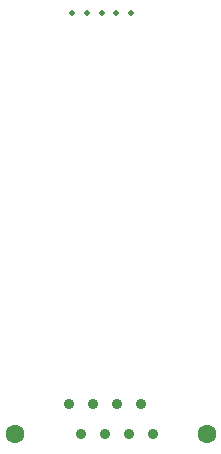
<source format=gbr>
%TF.GenerationSoftware,Altium Limited,Altium Designer,18.0.12 (696)*%
G04 Layer_Color=0*
%FSLAX26Y26*%
%MOIN*%
%TF.FileFunction,Plated,1,2,PTH,Drill*%
%TF.Part,Single*%
G01*
G75*
%TA.AperFunction,ComponentDrill*%
%ADD31C,0.062990*%
%ADD32C,0.035430*%
%ADD33C,0.019690*%
D31*
X2274210Y1259450D02*
D03*
X1634450D02*
D03*
D32*
X2094880D02*
D03*
X2054720Y1359450D02*
D03*
X2014570Y1259450D02*
D03*
X1974410Y1359450D02*
D03*
X1934250Y1259450D02*
D03*
X1894090Y1359450D02*
D03*
X1853940Y1259450D02*
D03*
X1813780Y1359450D02*
D03*
D33*
X1825530Y2661500D02*
D03*
X1874750D02*
D03*
X1923960D02*
D03*
X1973170D02*
D03*
X2022390D02*
D03*
%TF.MD5,1bcf026967b711c8c5afb26dbe63ed63*%
M02*

</source>
